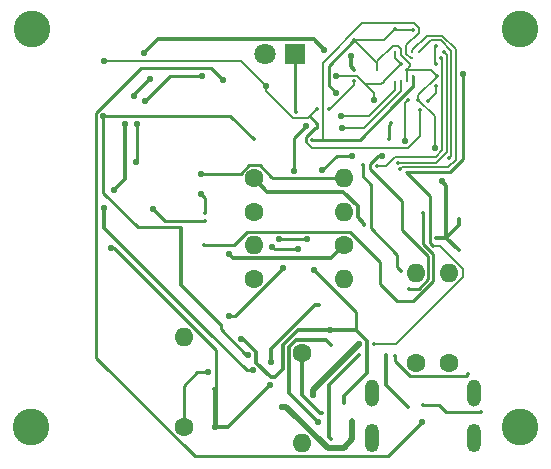
<source format=gbl>
%TF.GenerationSoftware,KiCad,Pcbnew,7.0.5*%
%TF.CreationDate,2023-07-26T15:19:29-04:00*%
%TF.ProjectId,GPSPCB,47505350-4342-42e6-9b69-6361645f7063,00*%
%TF.SameCoordinates,Original*%
%TF.FileFunction,Copper,L2,Bot*%
%TF.FilePolarity,Positive*%
%FSLAX46Y46*%
G04 Gerber Fmt 4.6, Leading zero omitted, Abs format (unit mm)*
G04 Created by KiCad (PCBNEW 7.0.5) date 2023-07-26 15:19:29*
%MOMM*%
%LPD*%
G01*
G04 APERTURE LIST*
%TA.AperFunction,ComponentPad*%
%ADD10C,1.600000*%
%TD*%
%TA.AperFunction,ComponentPad*%
%ADD11O,1.600000X1.600000*%
%TD*%
%TA.AperFunction,ComponentPad*%
%ADD12R,1.800000X1.800000*%
%TD*%
%TA.AperFunction,ComponentPad*%
%ADD13C,1.800000*%
%TD*%
%TA.AperFunction,ComponentPad*%
%ADD14C,3.100000*%
%TD*%
%TA.AperFunction,ComponentPad*%
%ADD15O,1.200000X2.400000*%
%TD*%
%TA.AperFunction,ComponentPad*%
%ADD16O,1.158000X2.316000*%
%TD*%
%TA.AperFunction,ViaPad*%
%ADD17C,0.700010*%
%TD*%
%TA.AperFunction,ViaPad*%
%ADD18C,0.300010*%
%TD*%
%TA.AperFunction,ViaPad*%
%ADD19C,0.350000*%
%TD*%
%TA.AperFunction,ViaPad*%
%ADD20C,0.550000*%
%TD*%
%TA.AperFunction,Conductor*%
%ADD21C,0.250000*%
%TD*%
%TA.AperFunction,Conductor*%
%ADD22C,0.300000*%
%TD*%
%TA.AperFunction,Conductor*%
%ADD23C,0.130000*%
%TD*%
%TA.AperFunction,Conductor*%
%ADD24C,0.200000*%
%TD*%
%TA.AperFunction,Conductor*%
%ADD25C,0.500000*%
%TD*%
G04 APERTURE END LIST*
D10*
%TO.P,L3,1,1*%
%TO.N,Net-(IC3-VREG)*%
X69530000Y-69230000D03*
D11*
%TO.P,L3,2,2*%
%TO.N,Net-(IC3-VDD_IN)*%
X69530000Y-61610000D03*
%TD*%
D12*
%TO.P,D2,1,K*%
%TO.N,Net-(D2-K)*%
X59357500Y-43052500D03*
D13*
%TO.P,D2,2,A*%
%TO.N,Net-(D2-A)*%
X56817500Y-43052500D03*
%TD*%
D14*
%TO.P,H4,1*%
%TO.N,N/C*%
X37010000Y-74660000D03*
%TD*%
D15*
%TO.P,J1,S6,SHIELD*%
%TO.N,unconnected-(J1-SHIELD-PadS1)*%
X74480000Y-75600000D03*
%TO.P,J1,S5,SHIELD*%
X65840000Y-75600000D03*
D16*
%TO.P,J1,S4,SHIELD*%
X74480000Y-71775000D03*
%TO.P,J1,S3,SHIELD*%
X65840000Y-71775000D03*
%TD*%
D10*
%TO.P,L2,1,1*%
%TO.N,Net-(IC3-RFO)*%
X55890000Y-62080000D03*
D11*
%TO.P,L2,2,2*%
%TO.N,Net-(C16-Pad2)*%
X63510000Y-62080000D03*
%TD*%
D14*
%TO.P,H2,1*%
%TO.N,N/C*%
X78370000Y-40940000D03*
%TD*%
D10*
%TO.P,Le,1,1*%
%TO.N,RF1*%
X63510000Y-59200000D03*
D11*
%TO.P,Le,2,2*%
%TO.N,Net-(C13-Pad1)*%
X55890000Y-59200000D03*
%TD*%
D10*
%TO.P,L7,1,1*%
%TO.N,Net-(IC3-RFI_P)*%
X55870000Y-53590000D03*
D11*
%TO.P,L7,2,2*%
%TO.N,Net-(IC3-RFI_N)*%
X63490000Y-53590000D03*
%TD*%
D10*
%TO.P,L4,1,1*%
%TO.N,Net-(IC3-VREG)*%
X72374315Y-69240000D03*
D11*
%TO.P,L4,2,2*%
%TO.N,Net-(IC3-DCC_SW)*%
X72374315Y-61620000D03*
%TD*%
%TO.P,L1,2,2*%
%TO.N,+1V0*%
X59907500Y-75995000D03*
D10*
%TO.P,L1,1,1*%
%TO.N,Net-(U2-VCC)*%
X59907500Y-68375000D03*
%TD*%
D14*
%TO.P,H3,1*%
%TO.N,N/C*%
X78360000Y-74660000D03*
%TD*%
D10*
%TO.P,L8,1,1*%
%TO.N,ANTOUT*%
X49910000Y-74630000D03*
D11*
%TO.P,L8,2,2*%
%TO.N,Net-(C24-Pad2)*%
X49910000Y-67010000D03*
%TD*%
D14*
%TO.P,H1,1*%
%TO.N,N/C*%
X37030000Y-40940000D03*
%TD*%
D10*
%TO.P,L5,1,1*%
%TO.N,Net-(C13-Pad1)*%
X55880000Y-56410000D03*
D11*
%TO.P,L5,2,2*%
%TO.N,Net-(IC3-RFO)*%
X63500000Y-56410000D03*
%TD*%
D17*
%TO.N,Net-(D2-K)*%
X59350000Y-43060000D03*
%TO.N,Net-(D2-A)*%
X56820000Y-43050000D03*
%TO.N,Net-(IC3-VDD_IN)*%
X69530000Y-61600000D03*
%TO.N,Net-(IC3-RFI_N)*%
X63490000Y-53590000D03*
%TO.N,Net-(IC3-RFO)*%
X63500000Y-56410000D03*
%TO.N,Net-(IC3-RFI_P)*%
X55870000Y-53590000D03*
%TO.N,Net-(C13-Pad1)*%
X55880000Y-56410000D03*
X55890000Y-59200000D03*
%TO.N,RF1*%
X63510000Y-59190000D03*
%TO.N,Net-(C16-Pad2)*%
X63510000Y-62070000D03*
%TO.N,Net-(IC3-RFO)*%
X55890000Y-62080000D03*
%TO.N,Net-(C24-Pad2)*%
X49910000Y-67010000D03*
%TO.N,ANTOUT*%
X49910000Y-74630000D03*
%TO.N,Net-(U2-VCC)*%
X59900000Y-68370000D03*
%TO.N,+1V0*%
X59910000Y-76000000D03*
%TO.N,Net-(IC3-VREG)*%
X69530000Y-69230000D03*
X72370000Y-69240000D03*
%TO.N,Net-(IC3-DCC_SW)*%
X72380000Y-61620000D03*
D18*
%TO.N,-BATT*%
X68820000Y-45370000D03*
D19*
%TO.N,CrystalB*%
X69000000Y-62920000D03*
%TO.N,CrystalA*%
X68340000Y-61430000D03*
X67430000Y-48920000D03*
X67290000Y-50270000D03*
X65040000Y-52490000D03*
D20*
%TO.N,CrystalB*%
X66720000Y-51710000D03*
%TO.N,SLEEP*%
X60230000Y-49130000D03*
X59200000Y-52940000D03*
X57410000Y-59380000D03*
X58340000Y-61150000D03*
X59600000Y-59590000D03*
%TO.N,+1V1*%
X51420000Y-44890000D03*
X46590000Y-47030000D03*
X45970000Y-48980000D03*
X45890000Y-52180000D03*
X43750000Y-59520000D03*
%TO.N,LNA_OUT*%
X64180000Y-51660000D03*
X60350000Y-58740000D03*
X57990000Y-58740000D03*
X60970000Y-61320000D03*
X61600000Y-52920000D03*
X63270000Y-49370000D03*
%TO.N,SLEEP*%
X63250000Y-48300000D03*
%TO.N,+1V0*%
X73540000Y-44800000D03*
D19*
%TO.N,+1V1*%
X61390000Y-64310000D03*
D20*
X57320000Y-69170000D03*
X57170000Y-71100000D03*
%TO.N,+1V5*%
X55340000Y-68530000D03*
%TO.N,LNA_IN*%
X55750000Y-69860000D03*
%TO.N,ANTOUT*%
X52000000Y-70020000D03*
%TO.N,SLEEP*%
X53770000Y-65270000D03*
%TO.N,LNA_OUT*%
X54770000Y-67220000D03*
%TO.N,LNA_IN*%
X64050000Y-43270000D03*
X61790000Y-42720000D03*
X46570000Y-43000000D03*
X47030000Y-45180000D03*
X45660000Y-46610000D03*
X44890000Y-48960000D03*
X43980000Y-54570000D03*
X43140000Y-56090000D03*
%TO.N,LNA_OUT*%
X62300000Y-66450000D03*
%TO.N,Net-(U2-EP)*%
X61250000Y-74220000D03*
%TO.N,BATTICIN*%
X70070000Y-74220000D03*
X53270000Y-45280000D03*
D19*
%TO.N,-BATT*%
X67770000Y-68630000D03*
X73970000Y-70170000D03*
%TO.N,D-*%
X75060000Y-73410000D03*
%TO.N,Net-(J1-CC2)*%
X67060000Y-68560000D03*
X68900000Y-72950000D03*
%TO.N,D-*%
X70130000Y-72760000D03*
D20*
%TO.N,-BATT*%
X71150000Y-51020000D03*
D19*
X71290000Y-58670000D03*
X71310000Y-44890000D03*
X51730000Y-57180000D03*
X64330000Y-41880000D03*
X69290000Y-41040000D03*
X67790000Y-40980000D03*
D20*
X71780000Y-53850000D03*
D19*
X68780000Y-44390000D03*
D20*
X62800000Y-46330000D03*
D19*
X73200000Y-57030000D03*
D18*
X66290000Y-44400000D03*
D19*
X73220000Y-59690000D03*
X69780000Y-46970000D03*
D20*
X47340000Y-56150000D03*
%TO.N,+1V0*%
X60845000Y-71915000D03*
X56850000Y-45750000D03*
D19*
X69900000Y-47830000D03*
D20*
X43150000Y-43660000D03*
D19*
X70590000Y-47070000D03*
X62220000Y-47730000D03*
X66015000Y-67615000D03*
X64330000Y-45390000D03*
X61200000Y-47730000D03*
X71270000Y-43890000D03*
X71250000Y-42390000D03*
D20*
X64755000Y-67615000D03*
D19*
X71290000Y-45740000D03*
D20*
%TO.N,+1V1*%
X66040000Y-46970000D03*
D18*
X67810000Y-42870000D03*
D19*
X68290000Y-43890000D03*
D20*
X62790000Y-44900000D03*
D19*
X52430000Y-71430000D03*
D18*
X66820000Y-45410000D03*
D20*
X52510000Y-74660000D03*
D19*
%TO.N,Net-(D2-K)*%
X59371676Y-47992500D03*
D20*
%TO.N,CrystalB*%
X68610000Y-50450000D03*
D19*
X68850000Y-46990000D03*
D18*
%TO.N,+1V5*%
X69270000Y-43420000D03*
D19*
X60790000Y-50340000D03*
D18*
X69290000Y-44890000D03*
D19*
X49640000Y-57830000D03*
X55820000Y-50290000D03*
D20*
X43100000Y-48310000D03*
%TO.N,RF1*%
X53740000Y-59960000D03*
D19*
%TO.N,Net-(IC3-RFI_P)*%
X65190000Y-57520000D03*
D20*
%TO.N,Net-(IC3-RFI_N)*%
X51340000Y-53190000D03*
%TO.N,RF2*%
X51390000Y-54890000D03*
D19*
X51720000Y-56510000D03*
%TO.N,SPICLK*%
X68010000Y-52270000D03*
X71940000Y-42880000D03*
%TO.N,NSS*%
X66250000Y-52580000D03*
X71680000Y-43400000D03*
%TO.N,MISO*%
X72390000Y-51860000D03*
D18*
X69820000Y-42870000D03*
%TO.N,MOSI*%
X69260000Y-42860000D03*
D19*
X68210000Y-52810000D03*
%TO.N,DIO2*%
X51600000Y-59260000D03*
X70200000Y-56540000D03*
D20*
%TO.N,Net-(ANT1-FEED)*%
X58192500Y-72922500D03*
D19*
X64195000Y-74115000D03*
D18*
%TO.N,LNA_OUT*%
X68320000Y-45360000D03*
D19*
X63475000Y-72645000D03*
D18*
%TO.N,SLEEP*%
X67760000Y-45420000D03*
D19*
%TO.N,LNA_IN*%
X64330000Y-44390000D03*
%TO.N,Net-(U2-VCC)*%
X61585000Y-73445000D03*
%TO.N,Net-(U2-EP)*%
X62410000Y-67685000D03*
%TO.N,Net-(U2-VENABLE)*%
X62375000Y-75645000D03*
X64765000Y-68535000D03*
%TD*%
D21*
%TO.N,Net-(D2-K)*%
X59350000Y-43060000D02*
X59357500Y-47978324D01*
D22*
%TO.N,RF1*%
X63520000Y-59190000D02*
X63510000Y-59200000D01*
X63510000Y-59190000D02*
X63520000Y-59190000D01*
X63510000Y-59200000D02*
X63510000Y-59190000D01*
%TO.N,Net-(U2-VCC)*%
X59900000Y-68370000D02*
X59902500Y-71937095D01*
D23*
%TO.N,-BATT*%
X68820000Y-44430000D02*
X68780000Y-44390000D01*
X68820000Y-45370000D02*
X68820000Y-44430000D01*
D21*
%TO.N,CrystalB*%
X68423567Y-57933567D02*
X68423567Y-55496030D01*
X70625000Y-62139644D02*
X70625000Y-60135000D01*
X69844644Y-62920000D02*
X70625000Y-62139644D01*
X69000000Y-62920000D02*
X69844644Y-62920000D01*
%TO.N,DIO2*%
X70200000Y-59116030D02*
X70200000Y-56540000D01*
X71045000Y-59961030D02*
X70200000Y-59116030D01*
X71045000Y-62313614D02*
X71045000Y-59961030D01*
X69348614Y-64010000D02*
X71045000Y-62313614D01*
X67970000Y-64010000D02*
X69348614Y-64010000D01*
X66520000Y-60660000D02*
X66520000Y-62560000D01*
X66520000Y-62560000D02*
X67970000Y-64010000D01*
%TO.N,CrystalB*%
X70625000Y-60135000D02*
X68423567Y-57933567D01*
%TO.N,DIO2*%
X51610000Y-59270000D02*
X54120000Y-59270000D01*
X51600000Y-59260000D02*
X51610000Y-59270000D01*
X54120000Y-59270000D02*
X55285000Y-58105000D01*
X55285000Y-58105000D02*
X63965000Y-58105000D01*
X63965000Y-58105000D02*
X66520000Y-60660000D01*
D24*
%TO.N,+1V0*%
X73540000Y-61967524D02*
X73540000Y-61272476D01*
X73540000Y-61272476D02*
X71608554Y-59341030D01*
X71608554Y-59341030D02*
X71045000Y-59341030D01*
X67892524Y-67615000D02*
X73540000Y-61967524D01*
X66015000Y-67615000D02*
X67892524Y-67615000D01*
D21*
%TO.N,CrystalA*%
X68000000Y-61090000D02*
X68000000Y-60080000D01*
X68340000Y-61430000D02*
X68000000Y-61090000D01*
%TO.N,+1V0*%
X73540000Y-51975721D02*
X73540000Y-44800000D01*
X68741605Y-53035000D02*
X72480721Y-53035000D01*
X71045000Y-59341030D02*
X70760000Y-59056030D01*
X72480721Y-53035000D02*
X73540000Y-51975721D01*
X70760000Y-59056030D02*
X70760000Y-55053395D01*
X70760000Y-55053395D02*
X68741605Y-53035000D01*
%TO.N,CrystalB*%
X65715000Y-52358395D02*
X65715000Y-52787463D01*
X66363395Y-51710000D02*
X65715000Y-52358395D01*
X66720000Y-51710000D02*
X66363395Y-51710000D01*
D24*
%TO.N,NSS*%
X66990000Y-52580000D02*
X66250000Y-52580000D01*
X67820000Y-51750000D02*
X66990000Y-52580000D01*
X71810000Y-43530000D02*
X71810000Y-51208529D01*
D21*
%TO.N,CrystalA*%
X65040000Y-53437228D02*
X65040000Y-52490000D01*
D24*
%TO.N,NSS*%
X71810000Y-51208529D02*
X71268529Y-51750000D01*
D21*
%TO.N,CrystalA*%
X65720000Y-57800000D02*
X65720000Y-54117228D01*
X68000000Y-60080000D02*
X65720000Y-57800000D01*
D24*
%TO.N,NSS*%
X71680000Y-43400000D02*
X71810000Y-43530000D01*
D21*
%TO.N,CrystalA*%
X65720000Y-54117228D02*
X65040000Y-53437228D01*
D24*
%TO.N,NSS*%
X71268529Y-51750000D02*
X67820000Y-51750000D01*
D21*
%TO.N,CrystalB*%
X65715000Y-52787463D02*
X68423567Y-55496030D01*
%TO.N,CrystalA*%
X67290000Y-49060000D02*
X67430000Y-48920000D01*
X67290000Y-50270000D02*
X67290000Y-49060000D01*
D24*
%TO.N,+1V0*%
X60792893Y-51050000D02*
X68858529Y-51050000D01*
D21*
%TO.N,SLEEP*%
X59200000Y-50160000D02*
X60230000Y-49130000D01*
X59200000Y-52940000D02*
X59200000Y-50160000D01*
%TO.N,+1V0*%
X60255000Y-50118395D02*
X60255000Y-50512107D01*
X61220000Y-48970000D02*
X61220000Y-49350000D01*
X60255000Y-50512107D02*
X60290000Y-50547107D01*
X60590000Y-48340000D02*
X61220000Y-48970000D01*
D24*
X60590000Y-48340000D02*
X61200000Y-47730000D01*
D21*
X61220000Y-49350000D02*
X61023395Y-49350000D01*
D24*
X60437500Y-48492500D02*
X60590000Y-48340000D01*
D21*
X61023395Y-49350000D02*
X60255000Y-50118395D01*
%TO.N,SLEEP*%
X57620000Y-59590000D02*
X57410000Y-59380000D01*
X59600000Y-59590000D02*
X57620000Y-59590000D01*
X54248564Y-65270000D02*
X58340000Y-61178564D01*
X58340000Y-61178564D02*
X58340000Y-61150000D01*
X53770000Y-65270000D02*
X54248564Y-65270000D01*
%TO.N,+1V1*%
X48730000Y-44890000D02*
X51420000Y-44890000D01*
X46590000Y-47030000D02*
X48730000Y-44890000D01*
X45970000Y-52100000D02*
X45970000Y-48980000D01*
X45890000Y-52180000D02*
X45970000Y-52100000D01*
X43990000Y-59520000D02*
X43750000Y-59520000D01*
X52635000Y-68165000D02*
X43990000Y-59520000D01*
X52635000Y-74535000D02*
X52635000Y-68165000D01*
X52510000Y-74660000D02*
X52635000Y-74535000D01*
%TO.N,LNA_OUT*%
X62860000Y-51660000D02*
X61600000Y-52920000D01*
X64180000Y-51660000D02*
X62860000Y-51660000D01*
X60350000Y-58740000D02*
X57990000Y-58740000D01*
X64523381Y-64873381D02*
X60970000Y-61320000D01*
X64523381Y-66450000D02*
X64523381Y-64873381D01*
D24*
X65168923Y-49370000D02*
X63270000Y-49370000D01*
X68320000Y-46218923D02*
X65168923Y-49370000D01*
X68320000Y-45360000D02*
X68320000Y-46218923D01*
%TO.N,SLEEP*%
X65572671Y-48300000D02*
X63250000Y-48300000D01*
X67760000Y-45420000D02*
X67760000Y-46112671D01*
X67760000Y-46112671D02*
X65572671Y-48300000D01*
D22*
%TO.N,+1V1*%
X61019220Y-64350000D02*
X61390000Y-64310000D01*
X57320000Y-68049220D02*
X61019220Y-64350000D01*
X57320000Y-69170000D02*
X57320000Y-68049220D01*
X53610000Y-74660000D02*
X57170000Y-71100000D01*
X52510000Y-74660000D02*
X53610000Y-74660000D01*
%TO.N,LNA_OUT*%
X54963381Y-67220000D02*
X54770000Y-67220000D01*
X56046690Y-68303309D02*
X54963381Y-67220000D01*
X56046690Y-69223309D02*
X56046690Y-68303309D01*
X57253381Y-70430000D02*
X56046690Y-69223309D01*
X57640000Y-70430000D02*
X57253381Y-70430000D01*
X58310000Y-69760000D02*
X57640000Y-70430000D01*
X58310000Y-67723900D02*
X58310000Y-69760000D01*
X59583900Y-66450000D02*
X58310000Y-67723900D01*
X62300000Y-66450000D02*
X59583900Y-66450000D01*
D21*
%TO.N,+1V5*%
X55340000Y-68530000D02*
X55181974Y-68530000D01*
X55181974Y-68530000D02*
X53030000Y-66378026D01*
X53030000Y-66378026D02*
X53030000Y-66010000D01*
%TO.N,LNA_IN*%
X55240000Y-69860000D02*
X51900000Y-66520000D01*
X55750000Y-69860000D02*
X55240000Y-69860000D01*
%TO.N,ANTOUT*%
X52000000Y-70020000D02*
X51030000Y-70020000D01*
X51030000Y-70020000D02*
X49910000Y-71140000D01*
X49910000Y-71140000D02*
X49910000Y-74630000D01*
D22*
%TO.N,LNA_IN*%
X64050000Y-44110000D02*
X64330000Y-44390000D01*
X64050000Y-43270000D02*
X64050000Y-44110000D01*
X60902500Y-41832500D02*
X61790000Y-42720000D01*
X47737500Y-41832500D02*
X60902500Y-41832500D01*
X46570000Y-43000000D02*
X47737500Y-41832500D01*
X45660000Y-46550000D02*
X47030000Y-45180000D01*
X45660000Y-46610000D02*
X45660000Y-46550000D01*
D21*
%TO.N,BATTICIN*%
X67160000Y-77130000D02*
X70070000Y-74220000D01*
X46301974Y-44210000D02*
X42465000Y-48046974D01*
X42465000Y-48046974D02*
X42465000Y-68775000D01*
X52410000Y-44400000D02*
X52220000Y-44210000D01*
X52220000Y-44210000D02*
X46301974Y-44210000D01*
X52410000Y-44420000D02*
X52410000Y-44400000D01*
X42465000Y-68775000D02*
X50820000Y-77130000D01*
X50820000Y-77130000D02*
X67160000Y-77130000D01*
X53270000Y-45280000D02*
X52410000Y-44420000D01*
D22*
%TO.N,LNA_IN*%
X43980000Y-54570000D02*
X44890000Y-53660000D01*
X44890000Y-53660000D02*
X44890000Y-48960000D01*
X43140000Y-57760000D02*
X43140000Y-56090000D01*
X51900000Y-66520000D02*
X43140000Y-57760000D01*
%TO.N,+1V5*%
X49640000Y-62620000D02*
X53030000Y-66010000D01*
X49640000Y-57830000D02*
X49640000Y-62620000D01*
%TO.N,LNA_OUT*%
X64523381Y-66450000D02*
X62300000Y-66450000D01*
X65455000Y-67381619D02*
X64523381Y-66450000D01*
X63470000Y-72030000D02*
X65455000Y-70045000D01*
X65455000Y-70045000D02*
X65455000Y-67381619D01*
%TO.N,Net-(U2-EP)*%
X59443580Y-67255000D02*
X58787500Y-67911080D01*
X61980000Y-67255000D02*
X59443580Y-67255000D01*
X58787500Y-71757500D02*
X61250000Y-74220000D01*
X62410000Y-67685000D02*
X61980000Y-67255000D01*
X58787500Y-67911080D02*
X58787500Y-71757500D01*
D21*
%TO.N,-BATT*%
X73970000Y-70170000D02*
X73805000Y-70335000D01*
X73805000Y-70335000D02*
X69086436Y-70335000D01*
X69086436Y-70335000D02*
X67770000Y-69018564D01*
X67770000Y-69018564D02*
X67770000Y-68630000D01*
%TO.N,D-*%
X72140000Y-73410000D02*
X71490000Y-72760000D01*
X75060000Y-73410000D02*
X72140000Y-73410000D01*
D22*
%TO.N,Net-(J1-CC2)*%
X67090000Y-71140000D02*
X68900000Y-72950000D01*
X67060000Y-71110000D02*
X67090000Y-71140000D01*
X67060000Y-68560000D02*
X67060000Y-71110000D01*
D21*
%TO.N,D-*%
X71490000Y-72760000D02*
X70130000Y-72760000D01*
%TO.N,-BATT*%
X62165000Y-44045000D02*
X62165000Y-45695000D01*
D22*
X72140000Y-54210000D02*
X72140000Y-58620000D01*
X73210000Y-59690000D02*
X73220000Y-59690000D01*
D24*
X68780000Y-44390000D02*
X69082893Y-44087107D01*
D21*
X62165000Y-45695000D02*
X62800000Y-46330000D01*
D24*
X69290000Y-41040000D02*
X67850000Y-41040000D01*
D22*
X72140000Y-58620000D02*
X73210000Y-59690000D01*
D24*
X66290000Y-44400000D02*
X66290000Y-43840000D01*
X68310000Y-43167107D02*
X68310000Y-42662893D01*
D21*
X51730000Y-57180000D02*
X48360000Y-57170000D01*
D22*
X71780000Y-53850000D02*
X72140000Y-54210000D01*
X72140000Y-58620000D02*
X73200000Y-57560000D01*
D24*
X67790000Y-40980000D02*
X66890000Y-41880000D01*
X71150000Y-51020000D02*
X71150000Y-48340000D01*
D22*
X72090000Y-58670000D02*
X72140000Y-58620000D01*
D21*
X64330000Y-41880000D02*
X62165000Y-44045000D01*
D24*
X71310000Y-44890000D02*
X71310000Y-45012893D01*
D21*
X48360000Y-57170000D02*
X47340000Y-56150000D01*
D22*
X71290000Y-58670000D02*
X72090000Y-58670000D01*
D24*
X68017107Y-42370000D02*
X67602893Y-42370000D01*
X71310000Y-45012893D02*
X69780000Y-46542893D01*
X68780000Y-44390000D02*
X70810000Y-44390000D01*
X66290000Y-43840000D02*
X64330000Y-41880000D01*
X67602893Y-42370000D02*
X66290000Y-43682893D01*
X70810000Y-44390000D02*
X71310000Y-44890000D01*
X69082893Y-44087107D02*
X69082893Y-43940000D01*
X67850000Y-41040000D02*
X67790000Y-40980000D01*
X69780000Y-46542893D02*
X69780000Y-46970000D01*
X66290000Y-43682893D02*
X66290000Y-43840000D01*
X71150000Y-48340000D02*
X69780000Y-46970000D01*
X69082893Y-43940000D02*
X68310000Y-43167107D01*
X66890000Y-41880000D02*
X64330000Y-41880000D01*
D22*
X73200000Y-57560000D02*
X73200000Y-57030000D01*
D24*
X68310000Y-42662893D02*
X68017107Y-42370000D01*
D25*
%TO.N,+1V0*%
X60840000Y-71920000D02*
X60840000Y-71530000D01*
D24*
X60792893Y-51050000D02*
X60290000Y-50547107D01*
X54760000Y-43660000D02*
X56850000Y-45750000D01*
X69900000Y-47830000D02*
X69900000Y-50008529D01*
D25*
X60840000Y-71530000D02*
X64750000Y-67620000D01*
D24*
X62220000Y-47730000D02*
X62248529Y-47730000D01*
D23*
X71215000Y-42425000D02*
X71215000Y-43835000D01*
X71250000Y-42390000D02*
X71215000Y-42425000D01*
X71215000Y-43835000D02*
X71270000Y-43890000D01*
D24*
X62248529Y-47730000D02*
X64330000Y-45648529D01*
X71290000Y-46370000D02*
X70590000Y-47070000D01*
X56850000Y-45750000D02*
X56850000Y-46177931D01*
X64330000Y-45648529D02*
X64330000Y-45390000D01*
X43150000Y-43660000D02*
X54760000Y-43660000D01*
X59164569Y-48492500D02*
X60437500Y-48492500D01*
X71290000Y-45740000D02*
X71290000Y-46370000D01*
X69900000Y-50008529D02*
X68858529Y-51050000D01*
X56850000Y-46177931D02*
X59164569Y-48492500D01*
%TO.N,+1V1*%
X66040000Y-46970000D02*
X66040000Y-46392893D01*
D22*
X52510000Y-71510000D02*
X52430000Y-71430000D01*
D24*
X62800000Y-44890000D02*
X62790000Y-44900000D01*
X66618553Y-45611447D02*
X65258553Y-45611447D01*
X66820000Y-45360000D02*
X66820000Y-45410000D01*
X65258553Y-45611447D02*
X64537107Y-44890000D01*
X64537107Y-44890000D02*
X62800000Y-44890000D01*
X67810000Y-42870000D02*
X67810000Y-43410000D01*
X66040000Y-46392893D02*
X65258553Y-45611447D01*
X67810000Y-43410000D02*
X68290000Y-43890000D01*
D22*
X52510000Y-74660000D02*
X52510000Y-71510000D01*
D24*
X66820000Y-45410000D02*
X66618553Y-45611447D01*
X68290000Y-43890000D02*
X66820000Y-45360000D01*
D21*
%TO.N,Net-(D2-K)*%
X59357500Y-47978324D02*
X59371676Y-47992500D01*
X59357500Y-43052500D02*
X59350000Y-43060000D01*
D24*
%TO.N,CrystalB*%
X68610000Y-50450000D02*
X68610000Y-47230000D01*
X68610000Y-47230000D02*
X68850000Y-46990000D01*
D21*
%TO.N,+1V5*%
X49640000Y-57820000D02*
X49640000Y-57830000D01*
X61700000Y-50340000D02*
X64790000Y-50340000D01*
X43100000Y-48310000D02*
X43100000Y-54860000D01*
X43100000Y-54860000D02*
X45990000Y-57750000D01*
X45990000Y-57750000D02*
X49570000Y-57750000D01*
X43100000Y-48310000D02*
X53840000Y-48310000D01*
X69254644Y-45842893D02*
X69290000Y-45842893D01*
X69290000Y-44890000D02*
X69290000Y-45842893D01*
D24*
X65020000Y-40480000D02*
X61700000Y-43800000D01*
D21*
X64790000Y-50340000D02*
X67820000Y-47310000D01*
D24*
X69790000Y-41247107D02*
X69790000Y-40832893D01*
D21*
X49570000Y-57750000D02*
X49640000Y-57820000D01*
D24*
X68760000Y-43067107D02*
X68760000Y-42277107D01*
X68760000Y-42277107D02*
X69790000Y-41247107D01*
X69437107Y-40480000D02*
X65020000Y-40480000D01*
X69790000Y-40832893D02*
X69437107Y-40480000D01*
D21*
X60790000Y-50340000D02*
X61700000Y-50340000D01*
X53840000Y-48310000D02*
X55820000Y-50290000D01*
X67820000Y-47277537D02*
X69254644Y-45842893D01*
D24*
X61700000Y-43800000D02*
X61700000Y-50340000D01*
D21*
X67820000Y-47310000D02*
X67820000Y-47277537D01*
D24*
X69270000Y-43420000D02*
X69112893Y-43420000D01*
X69112893Y-43420000D02*
X68760000Y-43067107D01*
D22*
%TO.N,RF1*%
X53740000Y-59960000D02*
X54100000Y-60320000D01*
X54100000Y-60320000D02*
X62390000Y-60320000D01*
X62390000Y-60320000D02*
X63510000Y-59200000D01*
%TO.N,Net-(IC3-RFI_P)*%
X65190000Y-57430000D02*
X64636960Y-56876960D01*
X63383920Y-54710000D02*
X56990000Y-54710000D01*
X64636960Y-56876960D02*
X64636960Y-55963040D01*
X65190000Y-57520000D02*
X65190000Y-57430000D01*
X64636960Y-55963040D02*
X63383920Y-54710000D01*
X56990000Y-54710000D02*
X55870000Y-53590000D01*
D21*
%TO.N,Net-(IC3-RFI_N)*%
X55416436Y-52495000D02*
X56323564Y-52495000D01*
X57300000Y-53460000D02*
X57430000Y-53590000D01*
X51340000Y-53190000D02*
X54721436Y-53190000D01*
X57430000Y-53590000D02*
X63490000Y-53590000D01*
X56323564Y-52495000D02*
X57288564Y-53460000D01*
X57288564Y-53460000D02*
X57300000Y-53460000D01*
X54721436Y-53190000D02*
X55416436Y-52495000D01*
%TO.N,RF2*%
X51720000Y-56510000D02*
X51720000Y-55250000D01*
X51720000Y-55250000D02*
X51390000Y-54920000D01*
D24*
%TO.N,SPICLK*%
X72180000Y-43120000D02*
X72180000Y-51361789D01*
X71271789Y-52270000D02*
X68010000Y-52270000D01*
X71940000Y-42880000D02*
X72180000Y-43120000D01*
X72180000Y-51361789D02*
X71271789Y-52270000D01*
%TO.N,MISO*%
X72550000Y-42782893D02*
X72550000Y-51700000D01*
X69820000Y-42870000D02*
X70800000Y-41890000D01*
X70800000Y-41890000D02*
X71657107Y-41890000D01*
X72550000Y-51700000D02*
X72390000Y-51860000D01*
X71657107Y-41890000D02*
X72550000Y-42782893D01*
%TO.N,MOSI*%
X68380000Y-52640000D02*
X68210000Y-52810000D01*
X70462893Y-41520000D02*
X71810000Y-41520000D01*
X69260000Y-42722893D02*
X70462893Y-41520000D01*
X71810000Y-41520000D02*
X72920000Y-42630000D01*
X68380000Y-52640000D02*
X72317107Y-52640000D01*
X72920000Y-42630000D02*
X72920000Y-52037107D01*
X69260000Y-42860000D02*
X69260000Y-42722893D01*
X72920000Y-52037107D02*
X72317107Y-52640000D01*
D25*
%TO.N,Net-(ANT1-FEED)*%
X63450000Y-76440000D02*
X62110000Y-76440000D01*
X64190000Y-75700000D02*
X63450000Y-76440000D01*
X62110000Y-76440000D02*
X58597500Y-72927500D01*
X58597500Y-72927500D02*
X58187500Y-72927500D01*
X64190000Y-74120000D02*
X64190000Y-75700000D01*
D22*
%TO.N,LNA_OUT*%
X63470000Y-72650000D02*
X63470000Y-72030000D01*
%TO.N,Net-(U2-VCC)*%
X59902500Y-71937095D02*
X61415405Y-73450000D01*
X59902500Y-68380000D02*
X59900000Y-68370000D01*
X61415405Y-73450000D02*
X61580000Y-73450000D01*
%TO.N,Net-(U2-VENABLE)*%
X62240000Y-75520000D02*
X62240000Y-71060000D01*
X62240000Y-71060000D02*
X64760000Y-68540000D01*
X62370000Y-75650000D02*
X62240000Y-75520000D01*
%TD*%
M02*

</source>
